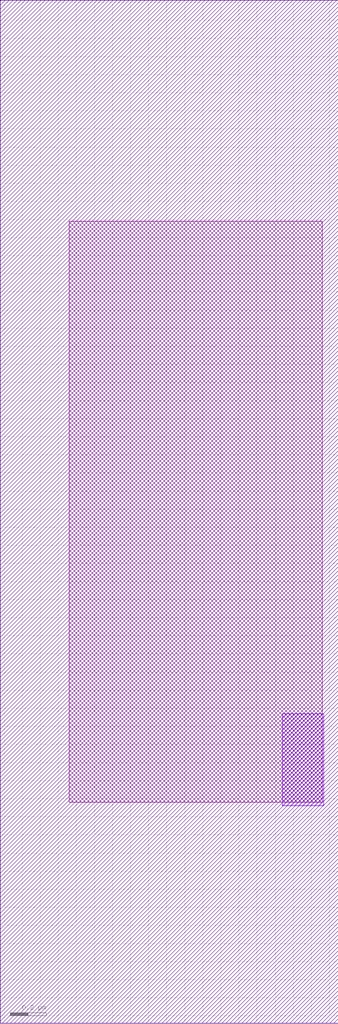
<source format=lef>
VERSION 5.7 ;
  NOWIREEXTENSIONATPIN ON ;
  DIVIDERCHAR "/" ;
  BUSBITCHARS "[]" ;
UNITS
  DATABASE MICRONS 200 ;
END UNITS

LAYER via2
  TYPE CUT ;
END via2

LAYER via
  TYPE CUT ;
END via

LAYER nwell
  TYPE MASTERSLICE ;
END nwell

LAYER via3
  TYPE CUT ;
END via3

LAYER pwell
  TYPE MASTERSLICE ;
END pwell

LAYER via4
  TYPE CUT ;
END via4

LAYER mcon
  TYPE CUT ;
END mcon

LAYER met6
  TYPE ROUTING ;
  WIDTH 0.030000 ;
  SPACING 0.040000 ;
  DIRECTION HORIZONTAL ;
END met6

LAYER met1
  TYPE ROUTING ;
  WIDTH 0.140000 ;
  SPACING 0.140000 ;
  DIRECTION HORIZONTAL ;
END met1

LAYER met3
  TYPE ROUTING ;
  WIDTH 0.300000 ;
  SPACING 0.300000 ;
  DIRECTION HORIZONTAL ;
END met3

LAYER met2
  TYPE ROUTING ;
  WIDTH 0.140000 ;
  SPACING 0.140000 ;
  DIRECTION HORIZONTAL ;
END met2

LAYER met4
  TYPE ROUTING ;
  WIDTH 0.300000 ;
  SPACING 0.300000 ;
  DIRECTION HORIZONTAL ;
END met4

LAYER met5
  TYPE ROUTING ;
  WIDTH 1.600000 ;
  SPACING 1.600000 ;
  DIRECTION HORIZONTAL ;
END met5

LAYER li1
  TYPE ROUTING ;
  WIDTH 0.170000 ;
  SPACING 0.170000 ;
  DIRECTION HORIZONTAL ;
END li1

MACRO sky130_hilas_DAC6TransistorStack01c
  CLASS BLOCK ;
  FOREIGN sky130_hilas_DAC6TransistorStack01c ;
  ORIGIN -0.280 1.740 ;
  SIZE 1.870 BY 5.650 ;
  OBS
      LAYER li1 ;
        RECT 0.660 -0.520 2.060 2.690 ;
      LAYER met1 ;
        RECT 1.840 -0.540 2.070 -0.030 ;
  END
END sky130_hilas_DAC6TransistorStack01c
END LIBRARY


</source>
